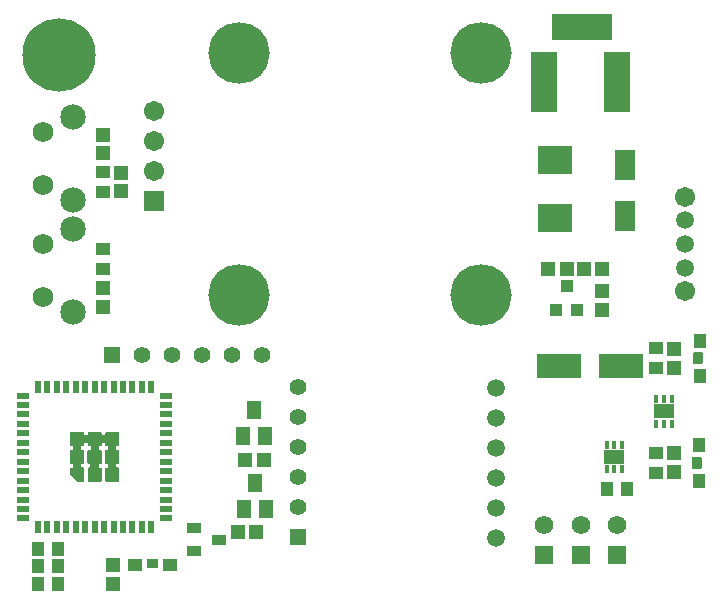
<source format=gts>
G04*
G04 #@! TF.GenerationSoftware,Altium Limited,Altium Designer,24.5.2 (23)*
G04*
G04 Layer_Color=8388736*
%FSLAX25Y25*%
%MOIN*%
G70*
G04*
G04 #@! TF.SameCoordinates,C9A36013-1EDC-4BB1-827E-2851C72F543B*
G04*
G04*
G04 #@! TF.FilePolarity,Negative*
G04*
G01*
G75*
%ADD33R,0.03950X0.02375*%
%ADD34R,0.02375X0.03950*%
%ADD35R,0.04816X0.04501*%
%ADD36R,0.04501X0.04816*%
%ADD37R,0.04737X0.06312*%
%ADD38R,0.06929X0.04567*%
%ADD39R,0.01614X0.02598*%
%ADD40R,0.04343X0.04737*%
%ADD41R,0.05131X0.03359*%
%ADD42R,0.04737X0.04343*%
%ADD43R,0.14580X0.08083*%
%ADD44R,0.03950X0.04343*%
%ADD45R,0.06902X0.10052*%
%ADD46R,0.11824X0.09265*%
%ADD47C,0.05603*%
%ADD48R,0.05603X0.05603*%
%ADD49R,0.05603X0.05603*%
%ADD50C,0.06706*%
%ADD51R,0.06706X0.06706*%
%ADD52C,0.05918*%
%ADD53C,0.06194*%
%ADD54R,0.06194X0.06194*%
%ADD55C,0.08477*%
%ADD56C,0.06863*%
%ADD57R,0.20485X0.08674*%
%ADD58R,0.08674X0.20485*%
%ADD59C,0.20485*%
%ADD60C,0.24422*%
G36*
X48496Y13324D02*
X48546Y13314D01*
X48595Y13298D01*
X48641Y13275D01*
X48684Y13246D01*
X48723Y13212D01*
X48757Y13173D01*
X48786Y13130D01*
X48809Y13084D01*
X48825Y13035D01*
X48835Y12985D01*
X48839Y12933D01*
Y10571D01*
X48835Y10519D01*
X48825Y10469D01*
X48809Y10420D01*
X48786Y10374D01*
X48757Y10331D01*
X48723Y10292D01*
X48684Y10258D01*
X48641Y10229D01*
X48595Y10206D01*
X48546Y10190D01*
X48496Y10180D01*
X48444Y10176D01*
X45294D01*
X45243Y10180D01*
X45192Y10190D01*
X45143Y10206D01*
X45097Y10229D01*
X45054Y10258D01*
X45015Y10292D01*
X44982Y10331D01*
X44953Y10374D01*
X44930Y10420D01*
X44913Y10469D01*
X44903Y10519D01*
X44900Y10571D01*
Y12933D01*
X44903Y12985D01*
X44913Y13035D01*
X44930Y13084D01*
X44953Y13130D01*
X44982Y13173D01*
X45015Y13212D01*
X45054Y13246D01*
X45097Y13275D01*
X45143Y13298D01*
X45192Y13314D01*
X45243Y13324D01*
X45294Y13328D01*
X48444D01*
X48496Y13324D01*
D02*
G37*
G36*
X25599Y55519D02*
X29528D01*
X29580Y55515D01*
X29632Y55505D01*
X29682Y55488D01*
X29728Y55465D01*
X29772Y55436D01*
X29811Y55401D01*
X29846Y55362D01*
X29875Y55318D01*
X29898Y55271D01*
X29915Y55222D01*
X29926Y55170D01*
X29929Y55118D01*
X29928Y55103D01*
Y54529D01*
X31097D01*
Y55081D01*
X31096Y55104D01*
X31096Y55111D01*
X31096Y55118D01*
X31097Y55137D01*
X31098Y55156D01*
X31099Y55163D01*
X31099Y55170D01*
X31103Y55189D01*
X31106Y55208D01*
X31108Y55215D01*
X31109Y55222D01*
X31116Y55240D01*
X31121Y55258D01*
X31124Y55265D01*
X31126Y55271D01*
X31135Y55289D01*
X31143Y55306D01*
X31146Y55312D01*
X31149Y55318D01*
X31160Y55334D01*
X31170Y55351D01*
X31175Y55356D01*
X31179Y55362D01*
X31191Y55376D01*
X31203Y55391D01*
X31209Y55396D01*
X31213Y55401D01*
X31228Y55414D01*
X31242Y55427D01*
X31247Y55431D01*
X31253Y55436D01*
X31268Y55447D01*
X31284Y55458D01*
X31290Y55461D01*
X31296Y55465D01*
X31313Y55474D01*
X31330Y55483D01*
X31337Y55485D01*
X31343Y55488D01*
X31361Y55495D01*
X31379Y55501D01*
X31386Y55503D01*
X31393Y55505D01*
X31412Y55509D01*
X31430Y55513D01*
X31437Y55514D01*
X31444Y55515D01*
X31464Y55517D01*
X31482Y55519D01*
X31490Y55518D01*
X31497Y55519D01*
X35434D01*
X35486Y55515D01*
X35537Y55505D01*
X35587Y55488D01*
X35634Y55465D01*
X35678Y55436D01*
X35717Y55401D01*
X35752Y55362D01*
X35781Y55318D01*
X35804Y55271D01*
X35821Y55222D01*
X35831Y55170D01*
X35835Y55118D01*
Y51181D01*
X35831Y51129D01*
X35821Y51077D01*
X35804Y51028D01*
X35781Y50981D01*
X35752Y50937D01*
X35717Y50898D01*
X35678Y50863D01*
X35634Y50834D01*
X35587Y50811D01*
X35537Y50794D01*
X35486Y50784D01*
X35434Y50780D01*
X34848D01*
Y49616D01*
X35431D01*
X35483Y49613D01*
X35535Y49602D01*
X35584Y49586D01*
X35631Y49562D01*
X35675Y49533D01*
X35714Y49499D01*
X35749Y49459D01*
X35778Y49416D01*
X35801Y49369D01*
X35818Y49319D01*
X35828Y49268D01*
X35832Y49215D01*
Y45278D01*
X35828Y45226D01*
X35818Y45174D01*
X35801Y45125D01*
X35778Y45078D01*
X35749Y45034D01*
X35714Y44995D01*
X35675Y44960D01*
X35631Y44931D01*
X35584Y44908D01*
X35535Y44891D01*
X35483Y44881D01*
X35431Y44877D01*
X34795D01*
Y43761D01*
X35380D01*
X35433Y43758D01*
X35484Y43747D01*
X35534Y43731D01*
X35581Y43707D01*
X35624Y43678D01*
X35664Y43644D01*
X35717Y43590D01*
X35752Y43551D01*
X35781Y43507D01*
X35804Y43460D01*
X35821Y43411D01*
X35831Y43359D01*
X35835Y43307D01*
Y39370D01*
X35831Y39318D01*
X35821Y39266D01*
X35804Y39217D01*
X35781Y39170D01*
X35752Y39126D01*
X35717Y39086D01*
X35678Y39052D01*
X35634Y39023D01*
X35587Y39000D01*
X35537Y38983D01*
X35486Y38973D01*
X35434Y38969D01*
X31497D01*
X31444Y38973D01*
X31393Y38983D01*
X31343Y39000D01*
X31296Y39023D01*
X31253Y39052D01*
X31213Y39086D01*
X31179Y39126D01*
X31149Y39170D01*
X31126Y39217D01*
X31109Y39266D01*
X31099Y39318D01*
X31096Y39370D01*
Y43307D01*
X31099Y43359D01*
X31109Y43411D01*
X31126Y43460D01*
X31149Y43507D01*
X31179Y43551D01*
X31213Y43590D01*
X31253Y43625D01*
X31296Y43654D01*
X31343Y43677D01*
X31393Y43694D01*
X31444Y43704D01*
X31497Y43708D01*
X32089D01*
Y44897D01*
X31500D01*
X31447Y44900D01*
X31396Y44910D01*
X31346Y44927D01*
X31299Y44950D01*
X31255Y44979D01*
X31216Y45014D01*
X31181Y45053D01*
X31152Y45097D01*
X31129Y45144D01*
X31112Y45194D01*
X31102Y45245D01*
X31099Y45297D01*
Y49167D01*
X31096Y49213D01*
X31099Y49265D01*
X31109Y49316D01*
X31126Y49366D01*
X31149Y49413D01*
X31179Y49457D01*
X31213Y49496D01*
X31253Y49531D01*
X31296Y49560D01*
X31343Y49583D01*
X31393Y49600D01*
X31444Y49610D01*
X31497Y49613D01*
X32025D01*
Y50833D01*
X31696D01*
X31650Y50811D01*
X31600Y50794D01*
X31549Y50784D01*
X31497Y50780D01*
X31444Y50784D01*
X31393Y50794D01*
X31343Y50811D01*
X31296Y50834D01*
X31253Y50863D01*
X31213Y50898D01*
X31179Y50937D01*
X31149Y50981D01*
X31126Y51028D01*
X31109Y51077D01*
X31099Y51129D01*
X31096Y51181D01*
Y51779D01*
X29929D01*
Y51187D01*
X29929Y51181D01*
X29926Y51129D01*
X29915Y51077D01*
X29898Y51028D01*
X29875Y50981D01*
X29846Y50937D01*
X29811Y50898D01*
X29772Y50863D01*
X29728Y50834D01*
X29682Y50811D01*
X29632Y50794D01*
X29580Y50784D01*
X29528Y50780D01*
X28943D01*
Y49603D01*
X29311D01*
X29345Y49620D01*
X29395Y49637D01*
X29446Y49647D01*
X29498Y49651D01*
X29551Y49647D01*
X29602Y49637D01*
X29652Y49620D01*
X29699Y49597D01*
X29742Y49568D01*
X29782Y49533D01*
X29816Y49494D01*
X29845Y49450D01*
X29869Y49403D01*
X29886Y49354D01*
X29896Y49302D01*
X29899Y49250D01*
Y45244D01*
X29896Y45192D01*
X29886Y45140D01*
X29869Y45091D01*
X29845Y45044D01*
X29816Y45000D01*
X29782Y44961D01*
X29742Y44926D01*
X29699Y44897D01*
X29652Y44874D01*
X29602Y44857D01*
X29551Y44847D01*
X29498Y44843D01*
X29446Y44847D01*
X29425Y44851D01*
X28921D01*
Y43708D01*
X29528D01*
X29580Y43704D01*
X29632Y43694D01*
X29682Y43677D01*
X29728Y43654D01*
X29772Y43625D01*
X29811Y43590D01*
X29846Y43551D01*
X29875Y43507D01*
X29898Y43460D01*
X29915Y43411D01*
X29926Y43359D01*
X29929Y43307D01*
Y39370D01*
X29926Y39318D01*
X29915Y39266D01*
X29898Y39217D01*
X29875Y39170D01*
X29846Y39126D01*
X29811Y39086D01*
X29772Y39052D01*
X29728Y39023D01*
X29682Y39000D01*
X29632Y38983D01*
X29580Y38973D01*
X29528Y38969D01*
X25591D01*
X25539Y38973D01*
X25487Y38983D01*
X25438Y39000D01*
X25391Y39023D01*
X25347Y39052D01*
X25308Y39086D01*
X25273Y39126D01*
X25244Y39170D01*
X25221Y39217D01*
X25204Y39266D01*
X25194Y39318D01*
X25190Y39370D01*
Y43307D01*
X25194Y43359D01*
X25204Y43411D01*
X25221Y43460D01*
X25244Y43507D01*
X25273Y43551D01*
X25308Y43590D01*
X25361Y43644D01*
X25400Y43678D01*
X25444Y43707D01*
X25491Y43731D01*
X25541Y43747D01*
X25592Y43758D01*
X25644Y43761D01*
X26180D01*
Y44867D01*
X25603D01*
X25551Y44871D01*
X25499Y44881D01*
X25449Y44898D01*
X25403Y44921D01*
X25359Y44950D01*
X25319Y44985D01*
X25288Y45016D01*
X25253Y45056D01*
X25224Y45099D01*
X25201Y45146D01*
X25184Y45196D01*
X25174Y45247D01*
X25171Y45300D01*
Y49178D01*
X25174Y49231D01*
X25184Y49282D01*
X25201Y49332D01*
X25224Y49379D01*
X25253Y49422D01*
X25288Y49462D01*
X25312Y49486D01*
X25352Y49521D01*
X25395Y49550D01*
X25442Y49573D01*
X25492Y49590D01*
X25544Y49600D01*
X25596Y49604D01*
X26204D01*
Y50781D01*
X25604D01*
X25591Y50780D01*
X25539Y50784D01*
X25487Y50794D01*
X25438Y50811D01*
X25391Y50834D01*
X25347Y50863D01*
X25308Y50898D01*
X25273Y50937D01*
X25244Y50981D01*
X25221Y51028D01*
X25204Y51077D01*
X25194Y51129D01*
X25190Y51181D01*
Y51774D01*
X24017D01*
Y51187D01*
X24014Y51135D01*
X24004Y51083D01*
X23987Y51034D01*
X23964Y50986D01*
X23935Y50943D01*
X23900Y50903D01*
X23861Y50869D01*
X23817Y50840D01*
X23770Y50817D01*
X23720Y50800D01*
X23669Y50789D01*
X23617Y50786D01*
X23039D01*
Y49596D01*
X23509D01*
X23519Y49600D01*
X23570Y49610D01*
X23623Y49613D01*
X23675Y49610D01*
X23726Y49600D01*
X23776Y49583D01*
X23823Y49560D01*
X23867Y49531D01*
X23906Y49496D01*
X23941Y49457D01*
X23970Y49413D01*
X23993Y49366D01*
X24010Y49316D01*
X24020Y49265D01*
X24023Y49213D01*
Y45276D01*
X24020Y45223D01*
X24010Y45172D01*
X23993Y45122D01*
X23970Y45075D01*
X23941Y45031D01*
X23906Y44992D01*
X23867Y44958D01*
X23823Y44928D01*
X23776Y44905D01*
X23726Y44888D01*
X23675Y44878D01*
X23623Y44875D01*
X22984D01*
Y43763D01*
X23567D01*
X23620Y43760D01*
X23671Y43749D01*
X23721Y43733D01*
X23768Y43709D01*
X23811Y43680D01*
X23851Y43646D01*
X23906Y43590D01*
X23941Y43551D01*
X23970Y43507D01*
X23993Y43460D01*
X24010Y43411D01*
X24020Y43359D01*
X24023Y43307D01*
Y39370D01*
X24020Y39318D01*
X24010Y39266D01*
X23993Y39217D01*
X23970Y39170D01*
X23941Y39126D01*
X23906Y39086D01*
X23867Y39052D01*
X23823Y39023D01*
X23776Y39000D01*
X23726Y38983D01*
X23675Y38973D01*
X23623Y38969D01*
X22048D01*
X21995Y38973D01*
X21944Y38983D01*
X21894Y39000D01*
X21847Y39023D01*
X21804Y39052D01*
X21764Y39086D01*
X19402Y41449D01*
X19367Y41488D01*
X19338Y41532D01*
X19315Y41579D01*
X19298Y41628D01*
X19288Y41680D01*
X19285Y41732D01*
Y43307D01*
X19288Y43359D01*
X19298Y43411D01*
X19315Y43460D01*
X19338Y43507D01*
X19367Y43551D01*
X19402Y43590D01*
X19442Y43625D01*
X19485Y43654D01*
X19532Y43677D01*
X19582Y43694D01*
X19633Y43704D01*
X19686Y43708D01*
X20266D01*
Y44876D01*
X19690D01*
X19637Y44880D01*
X19586Y44890D01*
X19536Y44907D01*
X19489Y44930D01*
X19446Y44959D01*
X19406Y44994D01*
X19402Y44998D01*
X19367Y45037D01*
X19338Y45081D01*
X19315Y45128D01*
X19298Y45178D01*
X19288Y45229D01*
X19285Y45281D01*
Y49213D01*
X19288Y49265D01*
X19298Y49316D01*
X19315Y49366D01*
X19338Y49413D01*
X19367Y49457D01*
X19402Y49496D01*
X19402Y49496D01*
X19442Y49531D01*
X19486Y49560D01*
X19533Y49583D01*
X19582Y49600D01*
X19634Y49610D01*
X19686Y49614D01*
X20274D01*
Y50774D01*
X19684D01*
X19632Y50777D01*
X19581Y50788D01*
X19531Y50805D01*
X19484Y50828D01*
X19441Y50857D01*
X19401Y50891D01*
X19366Y50931D01*
X19337Y50974D01*
X19314Y51021D01*
X19297Y51071D01*
X19287Y51122D01*
X19284Y51175D01*
X19285Y51191D01*
Y55118D01*
X19288Y55170D01*
X19298Y55222D01*
X19315Y55271D01*
X19338Y55318D01*
X19367Y55362D01*
X19402Y55401D01*
X19442Y55436D01*
X19485Y55465D01*
X19532Y55488D01*
X19582Y55505D01*
X19633Y55515D01*
X19686Y55519D01*
X23623D01*
X23675Y55515D01*
X23726Y55505D01*
X23776Y55488D01*
X23823Y55465D01*
X23867Y55436D01*
X23906Y55401D01*
X23910Y55397D01*
X23945Y55358D01*
X23974Y55314D01*
X23997Y55267D01*
X24014Y55217D01*
X24024Y55166D01*
X24028Y55114D01*
Y54535D01*
X25196D01*
Y55118D01*
X25199Y55171D01*
X25209Y55222D01*
X25226Y55272D01*
X25249Y55319D01*
X25278Y55362D01*
X25313Y55402D01*
X25352Y55436D01*
X25396Y55465D01*
X25443Y55489D01*
X25493Y55505D01*
X25544Y55516D01*
X25596Y55519D01*
X25599Y55519D01*
D02*
G37*
G36*
X229537Y47242D02*
X229587Y47232D01*
X229636Y47215D01*
X229682Y47192D01*
X229725Y47163D01*
X229764Y47129D01*
X229798Y47091D01*
X229827Y47048D01*
X229850Y47001D01*
X229866Y46953D01*
X229876Y46902D01*
X229880Y46850D01*
Y43701D01*
X229876Y43649D01*
X229866Y43599D01*
X229850Y43550D01*
X229827Y43503D01*
X229798Y43461D01*
X229764Y43422D01*
X229725Y43388D01*
X229682Y43359D01*
X229636Y43336D01*
X229587Y43320D01*
X229537Y43310D01*
X229485Y43306D01*
X227123D01*
X227071Y43310D01*
X227021Y43320D01*
X226972Y43336D01*
X226926Y43359D01*
X226883Y43388D01*
X226844Y43422D01*
X226810Y43461D01*
X226781Y43503D01*
X226758Y43550D01*
X226742Y43599D01*
X226732Y43649D01*
X226728Y43701D01*
Y46850D01*
X226732Y46902D01*
X226742Y46953D01*
X226758Y47001D01*
X226781Y47048D01*
X226810Y47091D01*
X226844Y47129D01*
X226883Y47163D01*
X226926Y47192D01*
X226972Y47215D01*
X227021Y47232D01*
X227071Y47242D01*
X227123Y47245D01*
X229485D01*
X229537Y47242D01*
D02*
G37*
G36*
X229862Y82125D02*
X229913Y82115D01*
X229962Y82099D01*
X230008Y82076D01*
X230051Y82047D01*
X230090Y82013D01*
X230124Y81974D01*
X230153Y81932D01*
X230175Y81885D01*
X230192Y81836D01*
X230202Y81786D01*
X230205Y81734D01*
Y78585D01*
X230202Y78533D01*
X230192Y78483D01*
X230175Y78434D01*
X230153Y78387D01*
X230124Y78345D01*
X230090Y78306D01*
X230051Y78272D01*
X230008Y78243D01*
X229962Y78220D01*
X229913Y78203D01*
X229862Y78193D01*
X229811Y78190D01*
X227449D01*
X227397Y78193D01*
X227346Y78203D01*
X227298Y78220D01*
X227251Y78243D01*
X227208Y78272D01*
X227170Y78306D01*
X227136Y78345D01*
X227107Y78387D01*
X227084Y78434D01*
X227068Y78483D01*
X227058Y78533D01*
X227054Y78585D01*
Y81734D01*
X227058Y81786D01*
X227068Y81836D01*
X227084Y81885D01*
X227107Y81932D01*
X227136Y81974D01*
X227170Y82013D01*
X227208Y82047D01*
X227251Y82076D01*
X227298Y82099D01*
X227346Y82115D01*
X227397Y82125D01*
X227449Y82129D01*
X229811D01*
X229862Y82125D01*
D02*
G37*
D33*
X3740Y26772D02*
D03*
Y29921D02*
D03*
Y33071D02*
D03*
Y36220D02*
D03*
Y39370D02*
D03*
Y42520D02*
D03*
Y45669D02*
D03*
Y48819D02*
D03*
Y51968D02*
D03*
Y55118D02*
D03*
Y58268D02*
D03*
Y61417D02*
D03*
Y64567D02*
D03*
Y67716D02*
D03*
X51378D02*
D03*
Y64567D02*
D03*
Y61417D02*
D03*
Y58268D02*
D03*
Y55118D02*
D03*
Y51968D02*
D03*
Y48819D02*
D03*
Y45669D02*
D03*
Y42520D02*
D03*
Y39370D02*
D03*
Y36220D02*
D03*
Y33071D02*
D03*
Y29921D02*
D03*
Y26772D02*
D03*
D34*
X8661Y70473D02*
D03*
X11811D02*
D03*
X14961D02*
D03*
X18110D02*
D03*
X21260D02*
D03*
X24409D02*
D03*
X27559D02*
D03*
X30709D02*
D03*
X33858D02*
D03*
X37008D02*
D03*
X40157D02*
D03*
X43307D02*
D03*
X46457D02*
D03*
Y24016D02*
D03*
X43307D02*
D03*
X40157D02*
D03*
X37008D02*
D03*
X33858D02*
D03*
X30709D02*
D03*
X27559D02*
D03*
X24409D02*
D03*
X21260D02*
D03*
X18110D02*
D03*
X14961D02*
D03*
X11811D02*
D03*
X8661D02*
D03*
D35*
X33603Y11254D02*
D03*
Y5033D02*
D03*
X220732Y76892D02*
D03*
Y83112D02*
D03*
X220732Y48543D02*
D03*
Y42323D02*
D03*
X196827Y96394D02*
D03*
Y102614D02*
D03*
X30512Y103504D02*
D03*
Y97284D02*
D03*
X36204Y142074D02*
D03*
Y135853D02*
D03*
X30426Y154717D02*
D03*
Y148496D02*
D03*
D36*
X75254Y22172D02*
D03*
X81475D02*
D03*
X77665Y46214D02*
D03*
X83885D02*
D03*
X178712Y109835D02*
D03*
X184933D02*
D03*
X190524Y109835D02*
D03*
X196745D02*
D03*
D37*
X77344Y29770D02*
D03*
X84824D02*
D03*
X81084Y38431D02*
D03*
X76973Y54182D02*
D03*
X84453D02*
D03*
X80713Y62843D02*
D03*
D38*
X200787Y47244D02*
D03*
X217341Y62438D02*
D03*
D39*
X198228Y51378D02*
D03*
X200787D02*
D03*
X203346D02*
D03*
Y43110D02*
D03*
X200787D02*
D03*
X198228D02*
D03*
X214782Y66572D02*
D03*
X217341D02*
D03*
X219900D02*
D03*
Y58304D02*
D03*
X217341D02*
D03*
X214782D02*
D03*
D40*
X204961Y36417D02*
D03*
X198268D02*
D03*
X8530Y4769D02*
D03*
X15223D02*
D03*
X8530Y16696D02*
D03*
X15223D02*
D03*
X8530Y10865D02*
D03*
X15223D02*
D03*
X229220Y74254D02*
D03*
Y86065D02*
D03*
X228895Y39370D02*
D03*
Y51181D02*
D03*
D41*
X60827Y15905D02*
D03*
X69095Y19685D02*
D03*
X60827Y23465D02*
D03*
D42*
X40964Y11162D02*
D03*
X52775D02*
D03*
X214763Y48622D02*
D03*
Y41929D02*
D03*
Y76813D02*
D03*
Y83506D02*
D03*
X30512Y109843D02*
D03*
Y116535D02*
D03*
X30387Y142152D02*
D03*
Y135459D02*
D03*
D43*
X203116Y77737D02*
D03*
X182250D02*
D03*
D44*
X181361Y96315D02*
D03*
X188448D02*
D03*
X184904Y104189D02*
D03*
D45*
X204341Y144481D02*
D03*
Y127552D02*
D03*
D46*
X180987Y146333D02*
D03*
Y127003D02*
D03*
D47*
X83268Y81302D02*
D03*
X73269D02*
D03*
X63269D02*
D03*
X53268D02*
D03*
X43268D02*
D03*
X95428Y70479D02*
D03*
Y60479D02*
D03*
Y50479D02*
D03*
Y40479D02*
D03*
Y30479D02*
D03*
D48*
X33268Y81302D02*
D03*
D49*
X95428Y20479D02*
D03*
D50*
X47244Y162638D02*
D03*
Y152638D02*
D03*
Y142638D02*
D03*
X224493Y102524D02*
D03*
Y134020D02*
D03*
D51*
X47244Y132638D02*
D03*
D52*
X161417Y70276D02*
D03*
Y60276D02*
D03*
Y50276D02*
D03*
Y40276D02*
D03*
Y30276D02*
D03*
Y20276D02*
D03*
X224493Y110398D02*
D03*
Y118272D02*
D03*
Y126146D02*
D03*
D53*
X177327Y24685D02*
D03*
X189805D02*
D03*
X201693D02*
D03*
D54*
X177327Y14685D02*
D03*
X189805D02*
D03*
X201693D02*
D03*
D55*
X20205Y132893D02*
D03*
Y160491D02*
D03*
Y95741D02*
D03*
Y123339D02*
D03*
D56*
X10402Y137834D02*
D03*
Y155550D02*
D03*
Y100682D02*
D03*
Y118398D02*
D03*
D57*
X190017Y190644D02*
D03*
D58*
X201828Y172140D02*
D03*
X177419D02*
D03*
D59*
X75708Y181932D02*
D03*
X156417D02*
D03*
Y101223D02*
D03*
X75708D02*
D03*
D60*
X15748Y181102D02*
D03*
M02*

</source>
